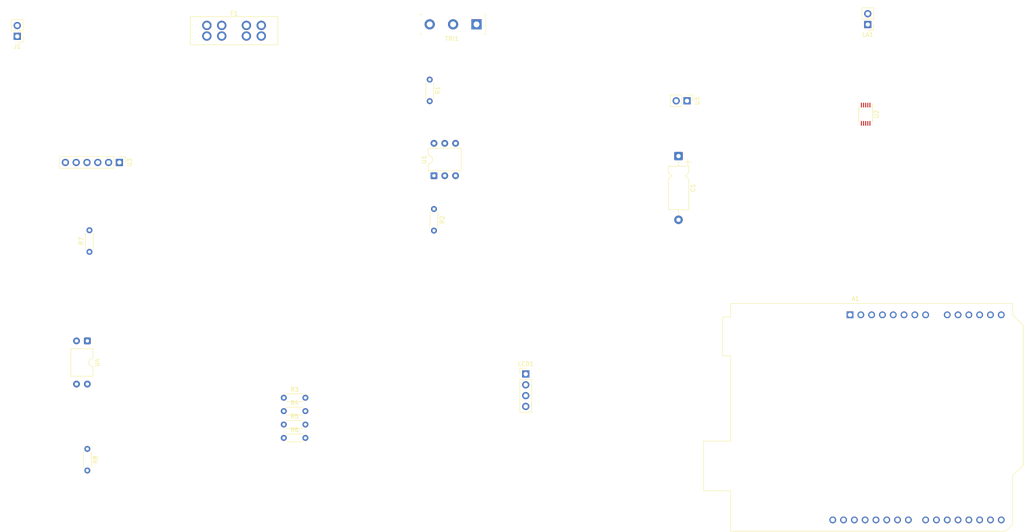
<source format=kicad_pcb>
(kicad_pcb (version 20241229) (generator "pcbnew") (generator_version "9.0")
  (layers (0 "F.Cu" signal) (2 "B.Cu" signal) (13 "F.Paste" user) (15 "B.Paste" user) (5 "F.SilkS" user "F.Silkscreen") (7 "B.SilkS" user "B.Silkscreen") (1 "F.Mask" user) (3 "B.Mask" user) (25 "Edge.Cuts" user))
  (net 0 "")
  (net 4 "Net-(A1-D7)")
  (net 8 "Net-(A1-D2)")
  (net 17 "Net-(A1-SDA{slash}A4)")
  (net 27 "Net-(A1-SCL{slash}A5)")
  (net 31 "Net-(U5-SIG)")
  (net 32 "Net-(U2-AIN1)")
  (net 33 "Net-(TRI1-A2)")
  (net 34 "Net-(J1-Pin_2)")
  (net 35 "Net-(J1-Pin_1)")
  (net 36 "Net-(LA1-+)")
  (net 37 "+5V")
  (net 38 "GND")
  (net 39 "Net-(TRI1-G)")
  (net 40 "Net-(R1-Pad2)")
  (net 41 "Net-(R2-Pad1)")
  (net 42 "Net-(U2-AIN0)")
  (net 43 "Net-(R7-Pad2)")
  (net 44 "Net-(U3-OUT)")
  (footprint "Fuse:FuseHolder_Blade_ATO_Littelfuse_FLR_178.6165" (layer "F.Cu") (at 80.1 33.25)
    (property "Reference" "F1" (at 6.4 -2.8 0) (layer "F.SilkS"))
    (property "Value" "1A")
    (fp_line (start -3.91 -2.06) (end 16.71 -2.06) (stroke (width 0.12)) (layer "F.SilkS"))
    (fp_line (start -3.91 4.56) (end -3.91 -2.06) (stroke (width 0.12)) (layer "F.SilkS"))
    (fp_line (start 16.71 -2.06) (end 16.71 4.56) (stroke (width 0.12)) (layer "F.SilkS"))
    (fp_line (start 16.71 4.56) (end -3.91 4.56) (stroke (width 0.12)) (layer "F.SilkS"))
    (pad "" np_thru_hole circle (at 6.4 1.25) (size 2.4 2.4) (drill 2.4) (layers "*.Cu" "*.Mask"))
    (pad "1" thru_hole circle (at 0 0) (size 2.2 2.2) (drill 1.4) (layers "*.Cu" "*.Mask") (net 34 "Net-(J1-Pin_2)"))
    (pad "1" thru_hole circle (at 0 2.5) (size 2.2 2.2) (drill 1.4) (layers "*.Cu" "*.Mask") (net 34 "Net-(J1-Pin_2)"))
    (pad "1" thru_hole circle (at 3.5 0) (size 2.2 2.2) (drill 1.4) (layers "*.Cu" "*.Mask") (net 34 "Net-(J1-Pin_2)"))
    (pad "1" thru_hole circle (at 3.5 2.5) (size 2.2 2.2) (drill 1.4) (layers "*.Cu" "*.Mask") (net 34 "Net-(J1-Pin_2)"))
    (pad "2" thru_hole circle (at 9.3 0) (size 2.2 2.2) (drill 1.4) (layers "*.Cu" "*.Mask") (net 33 "Net-(TRI1-A2)"))
    (pad "2" thru_hole circle (at 9.3 2.5) (size 2.2 2.2) (drill 1.4) (layers "*.Cu" "*.Mask") (net 33 "Net-(TRI1-A2)"))
    (pad "2" thru_hole circle (at 12.8 0) (size 2.2 2.2) (drill 1.4) (layers "*.Cu" "*.Mask") (net 33 "Net-(TRI1-A2)"))
    (pad "2" thru_hole circle (at 12.8 2.5) (size 2.2 2.2) (drill 1.4) (layers "*.Cu" "*.Mask") (net 33 "Net-(TRI1-A2)"))
  )
  (footprint "Capacitor_THT:CP_Axial_L10.0mm_D4.5mm_P15.00mm_Horizontal" (layer "F.Cu") (at 191 64 -90)
    (property "Reference" "C1" (at 7.5 -3.37 90) (layer "F.SilkS"))
    (property "Value" "10µF")
    (fp_line (start 2.38 2.37) (end 3.88 2.37) (stroke (width 0.12)) (layer "F.SilkS"))
    (fp_line (start 3.88 2.37) (end 4.63 1.62) (stroke (width 0.12)) (layer "F.SilkS"))
    (fp_line (start 5.38 2.37) (end 12.62 2.37) (stroke (width 0.12)) (layer "F.SilkS"))
    (fp_line (start 4.63 1.62) (end 5.38 2.37) (stroke (width 0.12)) (layer "F.SilkS"))
    (fp_line (start 1.24 0) (end 2.38 0) (stroke (width 0.12)) (layer "F.SilkS"))
    (fp_line (start 13.76 0) (end 12.62 0) (stroke (width 0.12)) (layer "F.SilkS"))
    (fp_line (start 4.63 -1.62) (end 5.38 -2.37) (stroke (width 0.12)) (layer "F.SilkS"))
    (fp_line (start 0.63 -2.2) (end 2.13 -2.2) (stroke (width 0.12)) (layer "F.SilkS"))
    (fp_line (start 2.38 -2.37) (end 2.38 2.37) (stroke (width 0.12)) (layer "F.SilkS"))
    (fp_line (start 2.38 -2.37) (end 3.88 -2.37) (stroke (width 0.12)) (layer "F.SilkS"))
    (fp_line (start 3.88 -2.37) (end 4.63 -1.62) (stroke (width 0.12)) (layer "F.SilkS"))
    (fp_line (start 5.38 -2.37) (end 12.62 -2.37) (stroke (width 0.12)) (layer "F.SilkS"))
    (fp_line (start 12.62 -2.37) (end 12.62 2.37) (stroke (width 0.12)) (layer "F.SilkS"))
    (fp_line (start 1.38 -2.95) (end 1.38 -1.45) (stroke (width 0.12)) (layer "F.SilkS"))
    (pad "1" thru_hole roundrect (at 0 0 270) (size 2 2) (drill 1) (layers "*.Cu" "*.Mask") (roundrect_rratio 0.125) (net 31 "Net-(U5-SIG)"))
    (pad "2" thru_hole circle (at 15 0 270) (size 2 2) (drill 1) (layers "*.Cu" "*.Mask") (net 32 "Net-(U2-AIN1)"))
  )
  (footprint "Resistor_THT:R_Axial_DIN0204_L3.6mm_D1.6mm_P5.08mm_Horizontal" (layer "F.Cu") (at 132.5 46 -90)
    (property "Reference" "R1" (at 2.54 -1.92 90) (layer "F.SilkS"))
    (property "Value" "470Ω")
    (fp_line (start 0.62 0.92) (end 4.46 0.92) (stroke (width 0.12)) (layer "F.SilkS"))
    (fp_line (start 0.62 -0.92) (end 4.46 -0.92) (stroke (width 0.12)) (layer "F.SilkS"))
    (pad "1" thru_hole circle (at 0 0 270) (size 1.4 1.4) (drill 0.7) (layers "*.Cu" "*.Mask") (net 39 "Net-(TRI1-G)"))
    (pad "2" thru_hole circle (at 5.08 0 270) (size 1.4 1.4) (drill 0.7) (layers "*.Cu" "*.Mask") (net 40 "Net-(R1-Pad2)"))
  )
  (footprint "Resistor_THT:R_Axial_DIN0204_L3.6mm_D1.6mm_P5.08mm_Horizontal" (layer "F.Cu") (at 98.19 124.03)
    (property "Reference" "R4" (at 2.54 -1.92 0) (layer "F.SilkS"))
    (property "Value" "10KΩ")
    (fp_line (start 0.62 -0.92) (end 4.46 -0.92) (stroke (width 0.12)) (layer "F.SilkS"))
    (fp_line (start 0.62 0.92) (end 4.46 0.92) (stroke (width 0.12)) (layer "F.SilkS"))
    (pad "1" thru_hole circle (at 0 0) (size 1.4 1.4) (drill 0.7) (layers "*.Cu" "*.Mask") (net 32 "Net-(U2-AIN1)"))
    (pad "2" thru_hole circle (at 5.08 0) (size 1.4 1.4) (drill 0.7) (layers "*.Cu" "*.Mask") (net 38 "GND"))
  )
  (footprint "Connector_PinHeader_2.54mm:PinHeader_1x02_P2.54mm_Vertical" (layer "F.Cu") (at 35.518687 35.826514 180)
    (property "Reference" "J1" (at 0 -2.38 0) (layer "F.SilkS"))
    (property "Value" "230VAC_IN")
    (fp_line (start 1.38 1.27) (end 1.38 3.92) (stroke (width 0.12)) (layer "F.SilkS"))
    (fp_line (start -1.38 3.92) (end 1.38 3.92) (stroke (width 0.12)) (layer "F.SilkS"))
    (fp_line (start -1.38 1.27) (end 1.38 1.27) (stroke (width 0.12)) (layer "F.SilkS"))
    (fp_line (start -1.38 1.27) (end -1.38 3.92) (stroke (width 0.12)) (layer "F.SilkS"))
    (fp_line (start -1.38 0) (end -1.38 -1.38) (stroke (width 0.12)) (layer "F.SilkS"))
    (fp_line (start -1.38 -1.38) (end 0 -1.38) (stroke (width 0.12)) (layer "F.SilkS"))
    (pad "1" thru_hole rect (at 0 0 180) (size 1.7 1.7) (drill 1) (layers "*.Cu" "*.Mask") (net 35 "Net-(J1-Pin_1)"))
    (pad "2" thru_hole circle (at 0 2.54 180) (size 1.7 1.7) (drill 1) (layers "*.Cu" "*.Mask") (net 34 "Net-(J1-Pin_2)"))
  )
  (footprint "Resistor_THT:R_Axial_DIN0204_L3.6mm_D1.6mm_P5.08mm_Horizontal" (layer "F.Cu") (at 98.19 120.88)
    (property "Reference" "R3" (at 2.54 -1.92 0) (layer "F.SilkS"))
    (property "Value" "10KΩ")
    (fp_line (start 0.62 -0.92) (end 4.46 -0.92) (stroke (width 0.12)) (layer "F.SilkS"))
    (fp_line (start 0.62 0.92) (end 4.46 0.92) (stroke (width 0.12)) (layer "F.SilkS"))
    (pad "1" thru_hole circle (at 0 0) (size 1.4 1.4) (drill 0.7) (layers "*.Cu" "*.Mask") (net 37 "+5V"))
    (pad "2" thru_hole circle (at 5.08 0) (size 1.4 1.4) (drill 0.7) (layers "*.Cu" "*.Mask") (net 32 "Net-(U2-AIN1)"))
  )
  (footprint "Package_SO:TSSOP-10_3x3mm_P0.5mm" (layer "F.Cu") (at 235 54.15 -90)
    (property "Reference" "U2" (at 0 -2.55 90) (layer "F.SilkS"))
    (property "Value" "ADS1115IDGS")
    (fp_line (start -1.625 1.625) (end 1.625 1.625) (stroke (width 0.15)) (layer "F.SilkS"))
    (fp_line (start -1.625 1.625) (end -1.625 1.4) (stroke (width 0.15)) (layer "F.SilkS"))
    (fp_line (start 1.625 1.625) (end 1.625 1.4) (stroke (width 0.15)) (layer "F.SilkS"))
    (fp_line (start -1.625 -1.625) (end -1.625 -1.4) (stroke (width 0.15)) (layer "F.SilkS"))
    (fp_line (start -1.625 -1.625) (end 1.625 -1.625) (stroke (width 0.15)) (layer "F.SilkS"))
    (fp_line (start 1.625 -1.625) (end 1.625 -1.4) (stroke (width 0.15)) (layer "F.SilkS"))
    (fp_poly (pts (xy -2.1 -1.4) (xy -2.34 -1.73) (xy -1.86 -1.73) (xy -2.1 -1.4)) (stroke (width 0.12)) (fill yes) (layer "F.SilkS"))
    (pad "1" smd rect (at -2.15 -1 270) (size 1.1 0.25) (layers "F.Cu" "F.Mask" "F.Paste"))
    (pad "2" smd rect (at -2.15 -0.5 270) (size 1.1 0.25) (layers "F.Cu" "F.Mask" "F.Paste"))
    (pad "3" smd rect (at -2.15 0 270) (size 1.1 0.25) (layers "F.Cu" "F.Mask" "F.Paste") (net 38 "GND"))
    (pad "4" smd rect (at -2.15 0.5 270) (size 1.1 0.25) (layers "F.Cu" "F.Mask" "F.Paste") (net 42 "Net-(U2-AIN0)"))
    (pad "5" smd rect (at -2.15 1 270) (size 1.1 0.25) (layers "F.Cu" "F.Mask" "F.Paste") (net 32 "Net-(U2-AIN1)"))
    (pad "6" smd rect (at 2.15 1 270) (size 1.1 0.25) (layers "F.Cu" "F.Mask" "F.Paste"))
    (pad "7" smd rect (at 2.15 0.5 270) (size 1.1 0.25) (layers "F.Cu" "F.Mask" "F.Paste"))
    (pad "8" smd rect (at 2.15 0 270) (size 1.1 0.25) (layers "F.Cu" "F.Mask" "F.Paste") (net 37 "+5V"))
    (pad "9" smd rect (at 2.15 -0.5 270) (size 1.1 0.25) (layers "F.Cu" "F.Mask" "F.Paste") (net 17 "Net-(A1-SDA{slash}A4)"))
    (pad "10" smd rect (at 2.15 -1 270) (size 1.1 0.25) (layers "F.Cu" "F.Mask" "F.Paste") (net 27 "Net-(A1-SCL{slash}A5)"))
  )
  (footprint "Resistor_THT:R_Axial_DIN0204_L3.6mm_D1.6mm_P5.08mm_Horizontal" (layer "F.Cu") (at 52.5 86.54 90)
    (property "Reference" "R7" (at 2.54 -1.92 90) (layer "F.SilkS"))
    (property "Value" "470Ω")
    (fp_line (start 0.62 -0.92) (end 4.46 -0.92) (stroke (width 0.12)) (layer "F.SilkS"))
    (fp_line (start 0.62 0.92) (end 4.46 0.92) (stroke (width 0.12)) (layer "F.SilkS"))
    (pad "1" thru_hole circle (at 0 0 90) (size 1.4 1.4) (drill 0.7) (layers "*.Cu" "*.Mask") (net 44 "Net-(U3-OUT)"))
    (pad "2" thru_hole circle (at 5.08 0 90) (size 1.4 1.4) (drill 0.7) (layers "*.Cu" "*.Mask") (net 43 "Net-(R7-Pad2)"))
  )
  (footprint "Resistor_THT:R_Axial_DIN0204_L3.6mm_D1.6mm_P5.08mm_Horizontal" (layer "F.Cu") (at 52 132.92 -90)
    (property "Reference" "R8" (at 2.54 -1.92 90) (layer "F.SilkS"))
    (property "Value" "10KΩ")
    (fp_line (start 0.62 0.92) (end 4.46 0.92) (stroke (width 0.12)) (layer "F.SilkS"))
    (fp_line (start 0.62 -0.92) (end 4.46 -0.92) (stroke (width 0.12)) (layer "F.SilkS"))
    (pad "1" thru_hole circle (at 0 0 270) (size 1.4 1.4) (drill 0.7) (layers "*.Cu" "*.Mask") (net 8 "Net-(A1-D2)"))
    (pad "2" thru_hole circle (at 5.08 0 270) (size 1.4 1.4) (drill 0.7) (layers "*.Cu" "*.Mask") (net 37 "+5V"))
  )
  (footprint "Connector_PinHeader_2.54mm:PinHeader_1x02_P2.54mm_Vertical" (layer "F.Cu") (at 235.5 33.04 180)
    (property "Reference" "LA1" (at 0 -2.38 0) (layer "F.SilkS"))
    (property "Value" "Lamp 200W")
    (fp_line (start 1.38 1.27) (end 1.38 3.92) (stroke (width 0.12)) (layer "F.SilkS"))
    (fp_line (start -1.38 3.92) (end 1.38 3.92) (stroke (width 0.12)) (layer "F.SilkS"))
    (fp_line (start -1.38 1.27) (end 1.38 1.27) (stroke (width 0.12)) (layer "F.SilkS"))
    (fp_line (start -1.38 1.27) (end -1.38 3.92) (stroke (width 0.12)) (layer "F.SilkS"))
    (fp_line (start -1.38 0) (end -1.38 -1.38) (stroke (width 0.12)) (layer "F.SilkS"))
    (fp_line (start -1.38 -1.38) (end 0 -1.38) (stroke (width 0.12)) (layer "F.SilkS"))
    (pad "1" thru_hole rect (at 0 0 180) (size 1.7 1.7) (drill 1) (layers "*.Cu" "*.Mask") (net 35 "Net-(J1-Pin_1)"))
    (pad "2" thru_hole circle (at 0 2.54 180) (size 1.7 1.7) (drill 1) (layers "*.Cu" "*.Mask") (net 36 "Net-(LA1-+)"))
  )
  (footprint "Resistor_THT:R_Axial_DIN0204_L3.6mm_D1.6mm_P5.08mm_Horizontal" (layer "F.Cu") (at 98.19 127.18)
    (property "Reference" "R5" (at 2.54 -1.92 0) (layer "F.SilkS"))
    (property "Value" "10KΩ")
    (fp_line (start 0.62 -0.92) (end 4.46 -0.92) (stroke (width 0.12)) (layer "F.SilkS"))
    (fp_line (start 0.62 0.92) (end 4.46 0.92) (stroke (width 0.12)) (layer "F.SilkS"))
    (pad "1" thru_hole circle (at 0 0) (size 1.4 1.4) (drill 0.7) (layers "*.Cu" "*.Mask") (net 37 "+5V"))
    (pad "2" thru_hole circle (at 5.08 0) (size 1.4 1.4) (drill 0.7) (layers "*.Cu" "*.Mask") (net 42 "Net-(U2-AIN0)"))
  )
  (footprint "Module:Arduino_UNO_R2" (layer "F.Cu") (at 231.325 101.37)
    (property "Reference" "A1" (at 1.27 -3.81 180) (layer "F.SilkS"))
    (property "Value" "Arduino_UNO_R2")
    (fp_line (start -34.42 29.72) (end -34.42 41.4) (stroke (width 0.12)) (layer "F.SilkS"))
    (fp_line (start -34.42 41.4) (end -28.07 41.4) (stroke (width 0.12)) (layer "F.SilkS"))
    (fp_line (start -29.97 0.51) (end -29.97 9.65) (stroke (width 0.12)) (layer "F.SilkS"))
    (fp_line (start -29.97 9.65) (end -28.07 9.65) (stroke (width 0.12)) (layer "F.SilkS"))
    (fp_line (start -28.07 -2.67) (end -28.07 0.51) (stroke (width 0.12)) (layer "F.SilkS"))
    (fp_line (start -28.07 0.51) (end -29.97 0.51) (stroke (width 0.12)) (layer "F.SilkS"))
    (fp_line (start -28.07 9.65) (end -28.07 29.72) (stroke (width 0.12)) (layer "F.SilkS"))
    (fp_line (start -28.07 29.72) (end -34.42 29.72) (stroke (width 0.12)) (layer "F.SilkS"))
    (fp_line (start -28.07 41.4) (end -28.07 50.93) (stroke (width 0.12)) (layer "F.SilkS"))
    (fp_line (start -28.07 50.93) (end 36.58 50.93) (stroke (width 0.12)) (layer "F.SilkS"))
    (fp_line (start 36.58 50.93) (end 38.23 49.28) (stroke (width 0.12)) (layer "F.SilkS"))
    (fp_line (start 38.23 -2.67) (end -28.07 -2.67) (stroke (width 0.12)) (layer "F.SilkS"))
    (fp_line (start 38.23 0) (end 38.23 -2.67) (stroke (width 0.12)) (layer "F.SilkS"))
    (fp_line (start 38.23 37.85) (end 40.77 35.31) (stroke (width 0.12)) (layer "F.SilkS"))
    (fp_line (start 38.23 49.28) (end 38.23 37.85) (stroke (width 0.12)) (layer "F.SilkS"))
    (fp_line (start 40.77 2.54) (end 38.23 0) (stroke (width 0.12)) (layer "F.SilkS"))
    (fp_line (start 40.77 35.31) (end 40.77 2.54) (stroke (width 0.12)) (layer "F.SilkS"))
    (pad "1" thru_hole rect (at 0 0 90) (size 1.6 1.6) (drill 1) (layers "*.Cu" "*.Mask"))
    (pad "2" thru_hole oval (at 2.54 0 90) (size 1.6 1.6) (drill 1) (layers "*.Cu" "*.Mask"))
    (pad "3" thru_hole oval (at 5.08 0 90) (size 1.6 1.6) (drill 1) (layers "*.Cu" "*.Mask"))
    (pad "4" thru_hole oval (at 7.62 0 90) (size 1.6 1.6) (drill 1) (layers "*.Cu" "*.Mask"))
    (pad "5" thru_hole oval (at 10.16 0 90) (size 1.6 1.6) (drill 1) (layers "*.Cu" "*.Mask"))
    (pad "6" thru_hole oval (at 12.7 0 90) (size 1.6 1.6) (drill 1) (layers "*.Cu" "*.Mask"))
    (pad "7" thru_hole oval (at 15.24 0 90) (size 1.6 1.6) (drill 1) (layers "*.Cu" "*.Mask"))
    (pad "8" thru_hole oval (at 17.78 0 90) (size 1.6 1.6) (drill 1) (layers "*.Cu" "*.Mask"))
    (pad "9" thru_hole oval (at 22.86 0 90) (size 1.6 1.6) (drill 1) (layers "*.Cu" "*.Mask"))
    (pad "10" thru_hole oval (at 25.4 0 90) (size 1.6 1.6) (drill 1) (layers "*.Cu" "*.Mask"))
    (pad "11" thru_hole oval (at 27.94 0 90) (size 1.6 1.6) (drill 1) (layers "*.Cu" "*.Mask"))
    (pad "12" thru_hole oval (at 30.48 0 90) (size 1.6 1.6) (drill 1) (layers "*.Cu" "*.Mask"))
    (pad "13" thru_hole oval (at 33.02 0 90) (size 1.6 1.6) (drill 1) (layers "*.Cu" "*.Mask") (net 17 "Net-(A1-SDA{slash}A4)"))
    (pad "14" thru_hole oval (at 35.56 0 90) (size 1.6 1.6) (drill 1) (layers "*.Cu" "*.Mask") (net 27 "Net-(A1-SCL{slash}A5)"))
    (pad "15" thru_hole oval (at 35.56 48.26 90) (size 1.6 1.6) (drill 1) (layers "*.Cu" "*.Mask"))
    (pad "16" thru_hole oval (at 33.02 48.26 90) (size 1.6 1.6) (drill 1) (layers "*.Cu" "*.Mask"))
    (pad "17" thru_hole oval (at 30.48 48.26 90) (size 1.6 1.6) (drill 1) (layers "*.Cu" "*.Mask") (net 8 "Net-(A1-D2)"))
    (pad "18" thru_hole oval (at 27.94 48.26 90) (size 1.6 1.6) (drill 1) (layers "*.Cu" "*.Mask"))
    (pad "19" thru_hole oval (at 25.4 48.26 90) (size 1.6 1.6) (drill 1) (layers "*.Cu" "*.Mask"))
    (pad "20" thru_hole oval (at 22.86 48.26 90) (size 1.6 1.6) (drill 1) (layers "*.Cu" "*.Mask"))
    (pad "21" thru_hole oval (at 20.32 48.26 90) (size 1.6 1.6) (drill 1) (layers "*.Cu" "*.Mask"))
    (pad "22" thru_hole oval (at 17.78 48.26 90) (size 1.6 1.6) (drill 1) (layers "*.Cu" "*.Mask") (net 4 "Net-(A1-D7)"))
    (pad "23" thru_hole oval (at 13.72 48.26 90) (size 1.6 1.6) (drill 1) (layers "*.Cu" "*.Mask"))
    (pad "24" thru_hole oval (at 11.18 48.26 90) (size 1.6 1.6) (drill 1) (layers "*.Cu" "*.Mask"))
    (pad "25" thru_hole oval (at 8.64 48.26 90) (size 1.6 1.6) (drill 1) (layers "*.Cu" "*.Mask"))
    (pad "26" thru_hole oval (at 6.1 48.26 90) (size 1.6 1.6) (drill 1) (layers "*.Cu" "*.Mask"))
    (pad "27" thru_hole oval (at 3.56 48.26 90) (size 1.6 1.6) (drill 1) (layers "*.Cu" "*.Mask"))
    (pad "28" thru_hole oval (at 1.02 48.26 90) (size 1.6 1.6) (drill 1) (layers "*.Cu" "*.Mask"))
    (pad "29" thru_hole oval (at -1.52 48.26 90) (size 1.6 1.6) (drill 1) (layers "*.Cu" "*.Mask"))
    (pad "30" thru_hole oval (at -4.06 48.26 90) (size 1.6 1.6) (drill 1) (layers "*.Cu" "*.Mask"))
  )
  (footprint "Connector_PinHeader_2.54mm:PinHeader_1x02_P2.54mm_Vertical" (layer "F.Cu") (at 193 51 -90)
    (property "Reference" "U5" (at 0 -2.38 90) (layer "F.SilkS"))
    (property "Value" "SCT_013_030")
    (fp_line (start -1.38 3.92) (end 1.38 3.92) (stroke (width 0.12)) (layer "F.SilkS"))
    (fp_line (start -1.38 1.27) (end -1.38 3.92) (stroke (width 0.12)) (layer "F.SilkS"))
    (fp_line (start -1.38 1.27) (end 1.38 1.27) (stroke (width 0.12)) (layer "F.SilkS"))
    (fp_line (start 1.38 1.27) (end 1.38 3.92) (stroke (width 0.12)) (layer "F.SilkS"))
    (fp_line (start -1.38 0) (end -1.38 -1.38) (stroke (width 0.12)) (layer "F.SilkS"))
    (fp_line (start -1.38 -1.38) (end 0 -1.38) (stroke (width 0.12)) (layer "F.SilkS"))
    (pad "1" thru_hole rect (at 0 0 270) (size 1.7 1.7) (drill 1) (layers "*.Cu" "*.Mask") (net 38 "GND"))
    (pad "2" thru_hole circle (at 0 2.54 270) (size 1.7 1.7) (drill 1) (layers "*.Cu" "*.Mask") (net 31 "Net-(U5-SIG)"))
  )
  (footprint "Resistor_THT:R_Axial_DIN0204_L3.6mm_D1.6mm_P5.08mm_Horizontal" (layer "F.Cu") (at 133.5 76.46 -90)
    (property "Reference" "R2" (at 2.54 -1.92 90) (layer "F.SilkS"))
    (property "Value" "330Ω")
    (fp_line (start 0.62 0.92) (end 4.46 0.92) (stroke (width 0.12)) (layer "F.SilkS"))
    (fp_line (start 0.62 -0.92) (end 4.46 -0.92) (stroke (width 0.12)) (layer "F.SilkS"))
    (pad "1" thru_hole circle (at 0 0 270) (size 1.4 1.4) (drill 0.7) (layers "*.Cu" "*.Mask") (net 41 "Net-(R2-Pad1)"))
    (pad "2" thru_hole circle (at 5.08 0 270) (size 1.4 1.4) (drill 0.7) (layers "*.Cu" "*.Mask") (net 4 "Net-(A1-D7)"))
  )
  (footprint "Resistor_THT:R_Axial_DIN0204_L3.6mm_D1.6mm_P5.08mm_Horizontal" (layer "F.Cu") (at 98.19 130.33)
    (property "Reference" "R6" (at 2.54 -1.92 0) (layer "F.SilkS"))
    (property "Value" "10KΩ")
    (fp_line (start 0.62 -0.92) (end 4.46 -0.92) (stroke (width 0.12)) (layer "F.SilkS"))
    (fp_line (start 0.62 0.92) (end 4.46 0.92) (stroke (width 0.12)) (layer "F.SilkS"))
    (pad "1" thru_hole circle (at 0 0) (size 1.4 1.4) (drill 0.7) (layers "*.Cu" "*.Mask") (net 42 "Net-(U2-AIN0)"))
    (pad "2" thru_hole circle (at 5.08 0) (size 1.4 1.4) (drill 0.7) (layers "*.Cu" "*.Mask") (net 38 "GND"))
  )
  (footprint "Connector_PinHeader_2.54mm:PinHeader_1x06_P2.54mm_Vertical" (layer "F.Cu") (at 59.54 65.5 -90)
    (property "Reference" "U3" (at 0 -2.38 90) (layer "F.SilkS"))
    (property "Value" "ZMPT101B")
    (fp_line (start -1.38 14.08) (end 1.38 14.08) (stroke (width 0.12)) (layer "F.SilkS"))
    (fp_line (start -1.38 1.27) (end -1.38 14.08) (stroke (width 0.12)) (layer "F.SilkS"))
    (fp_line (start -1.38 1.27) (end 1.38 1.27) (stroke (width 0.12)) (layer "F.SilkS"))
    (fp_line (start 1.38 1.27) (end 1.38 14.08) (stroke (width 0.12)) (layer "F.SilkS"))
    (fp_line (start -1.38 0) (end -1.38 -1.38) (stroke (width 0.12)) (layer "F.SilkS"))
    (fp_line (start -1.38 -1.38) (end 0 -1.38) (stroke (width 0.12)) (layer "F.SilkS"))
    (pad "1" thru_hole rect (at 0 0 270) (size 1.7 1.7) (drill 1) (layers "*.Cu" "*.Mask") (net 34 "Net-(J1-Pin_2)"))
    (pad "2" thru_hole circle (at 0 2.54 270) (size 1.7 1.7) (drill 1) (layers "*.Cu" "*.Mask") (net 35 "Net-(J1-Pin_1)"))
    (pad "3" thru_hole circle (at 0 5.08 270) (size 1.7 1.7) (drill 1) (layers "*.Cu" "*.Mask") (net 37 "+5V"))
    (pad "4" thru_hole circle (at 0 7.62 270) (size 1.7 1.7) (drill 1) (layers "*.Cu" "*.Mask") (net 44 "Net-(U3-OUT)"))
    (pad "5" thru_hole circle (at 0 10.16 270) (size 1.7 1.7) (drill 1) (layers "*.Cu" "*.Mask") (net 38 "GND"))
    (pad "6" thru_hole circle (at 0 12.7 270) (size 1.7 1.7) (drill 1) (layers "*.Cu" "*.Mask") (net 38 "GND"))
  )
  (footprint "Package_DIP:DIP-4_W10.16mm" (layer "F.Cu") (at 52 107.5 -90)
    (property "Reference" "U4" (at 5.08 -2.33 90) (layer "F.SilkS"))
    (property "Value" "PC814")
    (fp_line (start 1.845 3.87) (end 8.315 3.87) (stroke (width 0.12)) (layer "F.SilkS"))
    (fp_line (start 8.315 3.87) (end 8.315 -1.33) (stroke (width 0.12)) (layer "F.SilkS"))
    (fp_line (start 1.845 -1.33) (end 1.845 3.87) (stroke (width 0.12)) (layer "F.SilkS"))
    (fp_line (start 4.08 -1.33) (end 1.845 -1.33) (stroke (width 0.12)) (layer "F.SilkS"))
    (fp_line (start 8.315 -1.33) (end 6.08 -1.33) (stroke (width 0.12)) (layer "F.SilkS"))
    (fp_arc (start 6.08 -1.33) (mid 5.08 -0.33) (end 4.08 -1.33) (stroke (width 0.12)) (layer "F.SilkS"))
    (pad "1" thru_hole roundrect (at 0 0 270) (size 1.6 1.6) (drill 0.8) (layers "*.Cu" "*.Mask") (roundrect_rratio 0.15625) (net 43 "Net-(R7-Pad2)"))
    (pad "2" thru_hole circle (at 0 2.54 270) (size 1.6 1.6) (drill 0.8) (layers "*.Cu" "*.Mask") (net 38 "GND"))
    (pad "3" thru_hole circle (at 10.16 2.54 270) (size 1.6 1.6) (drill 0.8) (layers "*.Cu" "*.Mask") (net 38 "GND"))
    (pad "4" thru_hole circle (at 10.16 0 270) (size 1.6 1.6) (drill 0.8) (layers "*.Cu" "*.Mask") (net 8 "Net-(A1-D2)"))
  )
  (footprint "Package_DIP:DIP-6_W7.62mm" (layer "F.Cu") (at 133.5 68.62 90)
    (property "Reference" "U1" (at 3.81 -2.33 90) (layer "F.SilkS"))
    (property "Value" "MOC3023M")
    (fp_line (start 6.46 -1.33) (end 4.81 -1.33) (stroke (width 0.12)) (layer "F.SilkS"))
    (fp_line (start 2.81 -1.33) (end 1.16 -1.33) (stroke (width 0.12)) (layer "F.SilkS"))
    (fp_line (start 1.16 -1.33) (end 1.16 6.41) (stroke (width 0.12)) (layer "F.SilkS"))
    (fp_line (start 6.46 6.41) (end 6.46 -1.33) (stroke (width 0.12)) (layer "F.SilkS"))
    (fp_line (start 1.16 6.41) (end 6.46 6.41) (stroke (width 0.12)) (layer "F.SilkS"))
    (fp_arc (start 4.81 -1.33) (mid 3.81 -0.33) (end 2.81 -1.33) (stroke (width 0.12)) (layer "F.SilkS"))
    (pad "1" thru_hole roundrect (at 0 0 90) (size 1.6 1.6) (drill 0.8) (layers "*.Cu" "*.Mask") (roundrect_rratio 0.15625) (net 41 "Net-(R2-Pad1)"))
    (pad "2" thru_hole circle (at 0 2.54 90) (size 1.6 1.6) (drill 0.8) (layers "*.Cu" "*.Mask") (net 38 "GND"))
    (pad "3" thru_hole circle (at 0 5.08 90) (size 1.6 1.6) (drill 0.8) (layers "*.Cu" "*.Mask"))
    (pad "4" thru_hole circle (at 7.62 5.08 90) (size 1.6 1.6) (drill 0.8) (layers "*.Cu" "*.Mask") (net 36 "Net-(LA1-+)"))
    (pad "5" thru_hole circle (at 7.62 2.54 90) (size 1.6 1.6) (drill 0.8) (layers "*.Cu" "*.Mask"))
    (pad "6" thru_hole circle (at 7.62 0 90) (size 1.6 1.6) (drill 0.8) (layers "*.Cu" "*.Mask") (net 40 "Net-(R1-Pad2)"))
  )
  (footprint "Connector_PinHeader_2.54mm:PinHeader_1x04_P2.54mm_Vertical" (layer "F.Cu") (at 155.08 115.3)
    (property "Reference" "LCD1" (at 0 -2.38 0) (layer "F.SilkS"))
    (property "Value" "16x2_I2C_LCD")
    (fp_line (start -1.38 -1.38) (end 0 -1.38) (stroke (width 0.12)) (layer "F.SilkS"))
    (fp_line (start -1.38 0) (end -1.38 -1.38) (stroke (width 0.12)) (layer "F.SilkS"))
    (fp_line (start -1.38 1.27) (end -1.38 9) (stroke (width 0.12)) (layer "F.SilkS"))
    (fp_line (start -1.38 1.27) (end 1.38 1.27) (stroke (width 0.12)) (layer "F.SilkS"))
    (fp_line (start -1.38 9) (end 1.38 9) (stroke (width 0.12)) (layer "F.SilkS"))
    (fp_line (start 1.38 1.27) (end 1.38 9) (stroke (width 0.12)) (layer "F.SilkS"))
    (pad "1" thru_hole rect (at 0 0) (size 1.7 1.7) (drill 1) (layers "*.Cu" "*.Mask") (net 38 "GND"))
    (pad "2" thru_hole circle (at 0 2.54) (size 1.7 1.7) (drill 1) (layers "*.Cu" "*.Mask") (net 37 "+5V"))
    (pad "3" thru_hole circle (at 0 5.08) (size 1.7 1.7) (drill 1) (layers "*.Cu" "*.Mask") (net 17 "Net-(A1-SDA{slash}A4)"))
    (pad "4" thru_hole circle (at 0 7.62) (size 1.7 1.7) (drill 1) (layers "*.Cu" "*.Mask") (net 27 "Net-(A1-SCL{slash}A5)"))
  )
  (footprint "digikey-footprints:TOP-3_Vertical_Insulated" (layer "F.Cu") (at 143.5 33 180)
    (property "Reference" "TRI1" (at 5.8 -3.4 0) (layer "F.SilkS"))
    (property "Value" "BTA41-600BRG")
    (fp_line (start 13.2 2.4) (end 13.2 2) (stroke (width 0.1)) (layer "F.SilkS"))
    (fp_line (start 13.2 -2) (end 13.2 -2.4) (stroke (width 0.1)) (layer "F.SilkS"))
    (fp_line (start 12.8 -2.4) (end 13.2 -2.4) (stroke (width 0.1)) (layer "F.SilkS"))
    (fp_line (start 12.7 2.4) (end 13.2 2.4) (stroke (width 0.1)) (layer "F.SilkS"))
    (fp_line (start -1.8 -2.4) (end -2.2 -2.4) (stroke (width 0.1)) (layer "F.SilkS"))
    (fp_line (start -2.2 2.4) (end -1.8 2.4) (stroke (width 0.1)) (layer "F.SilkS"))
    (fp_line (start -2.2 -2.4) (end -2.2 2.4) (stroke (width 0.1)) (layer "F.SilkS"))
    (pad "1" thru_hole rect (at 0 0 180) (size 2.4 2.4) (drill 1.4) (layers "*.Cu" "*.Mask") (net 36 "Net-(LA1-+)"))
    (pad "2" thru_hole circle (at 5.5 0 180) (size 2.4 2.4) (drill 1.4) (layers "*.Cu" "*.Mask") (net 33 "Net-(TRI1-A2)"))
    (pad "3" thru_hole circle (at 11 0 180) (size 2.4 2.4) (drill 1.4) (layers "*.Cu" "*.Mask") (net 39 "Net-(TRI1-G)"))
  )
)
</source>
